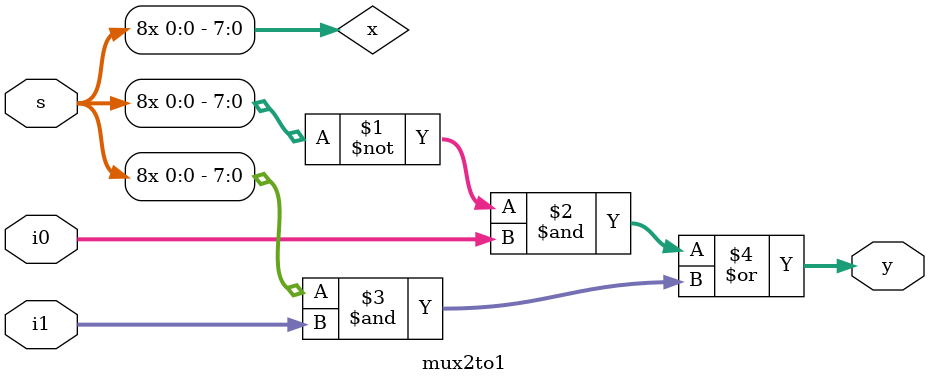
<source format=v>
`timescale 1ns / 1ps


module mux2to1(
    input s,
    input [7:0] i0,
    input [7:0] i1,
    output [7:0] y
    );
    wire [7:0] x;
    assign x = {8{s}};
    assign y  = (~x & i0) | (x & i1);
endmodule

</source>
